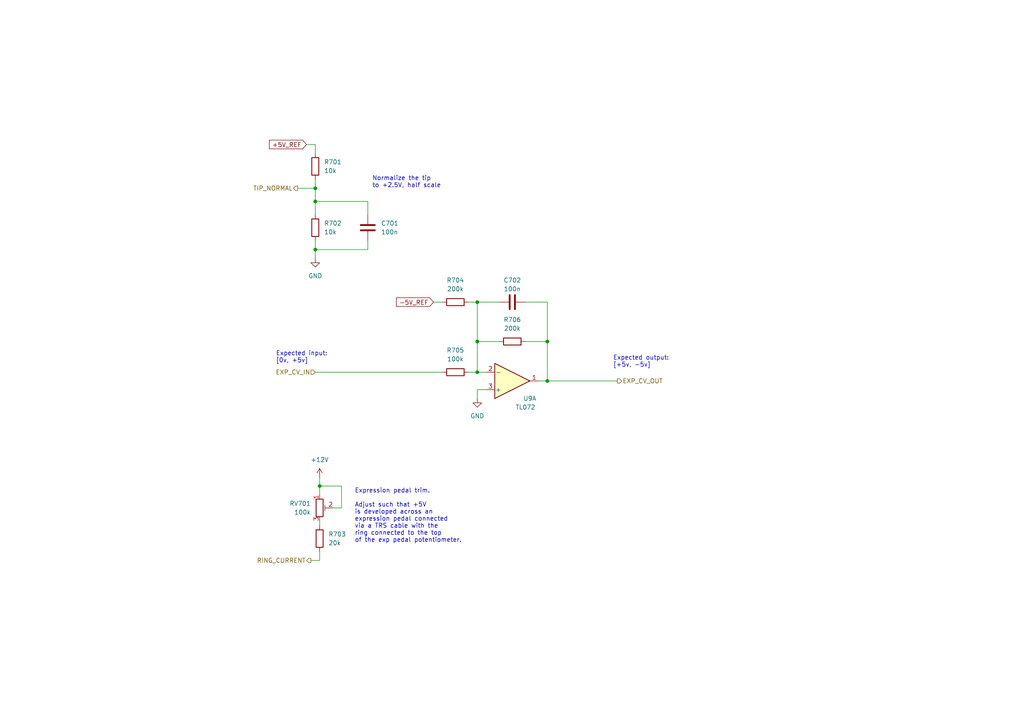
<source format=kicad_sch>
(kicad_sch (version 20211123) (generator eeschema)
  (paper "A4")
  (title_block (title "Phasor II Clone") (date "2022-10-15") (rev "0") (comment 2 "creativecommons.org/licenses/by/4.0/") (comment 3 "License: CC by 4.0: ") (comment 4 "Author: Jordan Aceto"))
  (lib_symbols
    (symbol "Amplifier_Operational:TL072" (pin_names (offset 0.127))
      (property "Reference" "U" (at 0 5.08 0))
      (property "Value" "TL072" (at 0 -5.08 0))
      (symbol "TL072_1_1"
        (polyline (pts (xy -5.08 5.08) (xy 5.08 0) (xy -5.08 -5.08) (xy -5.08 5.08)) (stroke (width 0.254)) (fill (type background)))
        (pin output line (at 7.62 0 180) (length 2.54) (name "~") (number "1"))
        (pin input line (at -7.62 -2.54 0) (length 2.54) (name "-") (number "2"))
        (pin input line (at -7.62 2.54 0) (length 2.54) (name "+") (number "3"))
      )
      (symbol "TL072_2_1"
        (polyline (pts (xy -5.08 5.08) (xy 5.08 0) (xy -5.08 -5.08) (xy -5.08 5.08)) (stroke (width 0.254)) (fill (type background)))
        (pin input line (at -7.62 2.54 0) (length 2.54) (name "+") (number "5"))
        (pin input line (at -7.62 -2.54 0) (length 2.54) (name "-") (number "6"))
        (pin output line (at 7.62 0 180) (length 2.54) (name "~") (number "7"))
      )
      (symbol "TL072_3_1"
        (pin power_in line (at -2.54 -7.62 90) (length 3.81) (name "V-") (number "4"))
        (pin power_in line (at -2.54 7.62 270) (length 3.81) (name "V+") (number "8"))
      )
    )
    (symbol "Device:C" (pin_numbers hide) (pin_names (offset 0.254))
      (property "Reference" "C" (at 0.635 2.54 0))
      (property "Value" "C" (at 0.635 -2.54 0))
      (symbol "C_0_1"
        (polyline (pts (xy -2.032 -0.762) (xy 2.032 -0.762)) (stroke (width 0.508)))
        (polyline (pts (xy -2.032 0.762) (xy 2.032 0.762)) (stroke (width 0.508)))
      )
      (symbol "C_1_1"
        (pin passive line (at 0 3.81 270) (length 2.794) (name "~") (number "1"))
        (pin passive line (at 0 -3.81 90) (length 2.794) (name "~") (number "2"))
      )
    )
    (symbol "Device:R" (pin_numbers hide) (pin_names (offset 0))
      (property "Reference" "R" (at 2.032 0 90))
      (property "Value" "R" (at 0 0 90))
      (symbol "R_0_1"
        (rectangle (start -1.016 -2.54) (end 1.016 2.54) (stroke (width 0.254)))
      )
      (symbol "R_1_1"
        (pin passive line (at 0 3.81 270) (length 1.27) (name "~") (number "1"))
        (pin passive line (at 0 -3.81 90) (length 1.27) (name "~") (number "2"))
      )
    )
    (symbol "Device:R_Potentiometer_Trim" (pin_names (offset 1.016) hide)
      (property "Reference" "RV" (at -4.445 0 90))
      (property "Value" "R_Potentiometer_Trim" (at -2.54 0 90))
      (symbol "R_Potentiometer_Trim_0_1"
        (polyline (pts (xy 1.524 0.762) (xy 1.524 -0.762)))
        (polyline (pts (xy 2.54 0) (xy 1.524 0)))
        (rectangle (start 1.016 2.54) (end -1.016 -2.54) (stroke (width 0.254)))
      )
      (symbol "R_Potentiometer_Trim_1_1"
        (pin passive line (at 0 3.81 270) (length 1.27) (name "1") (number "1"))
        (pin passive line (at 3.81 0 180) (length 1.27) (name "2") (number "2"))
        (pin passive line (at 0 -3.81 90) (length 1.27) (name "3") (number "3"))
      )
    )
    (symbol "power:+12V" (power) (pin_names (offset 0))
      (property "Value" "+12V" (at 0 3.556 0))
      (symbol "+12V_0_1"
        (polyline (pts (xy -0.762 1.27) (xy 0 2.54)))
        (polyline (pts (xy 0 0) (xy 0 2.54)))
        (polyline (pts (xy 0 2.54) (xy 0.762 1.27)))
      )
      (symbol "+12V_1_1"
        (pin power_in line (at 0 0 90) (length 0) hide (name "+12V") (number "1"))
      )
    )
    (symbol "power:GND" (power) (pin_names (offset 0))
      (property "Value" "GND" (at 0 -3.81 0))
      (symbol "GND_0_1"
        (polyline (pts (xy 0 0) (xy 0 -1.27) (xy 1.27 -1.27) (xy 0 -2.54) (xy -1.27 -1.27) (xy 0 -1.27)))
      )
      (symbol "GND_1_1"
        (pin power_in line (at 0 0 270) (length 0) hide (name "GND") (number "1"))
      )
    )
  )
  (junction (at 138.43 99.06))
  (junction (at 158.75 110.49))
  (junction (at 158.75 99.06))
  (junction (at 138.43 87.63))
  (junction (at 91.44 58.42))
  (junction (at 91.44 54.61))
  (junction (at 91.44 72.39))
  (junction (at 92.71 140.97))
  (junction (at 138.43 107.95))
  (wire (pts (xy 99.06 147.32) (xy 99.06 140.97)))
  (wire (pts (xy 106.68 62.23) (xy 106.68 58.42)))
  (wire (pts (xy 158.75 110.49) (xy 158.75 99.06)))
  (wire (pts (xy 90.17 162.56) (xy 92.71 162.56)))
  (wire (pts (xy 88.9 41.91) (xy 91.44 41.91)))
  (wire (pts (xy 91.44 107.95) (xy 128.27 107.95)))
  (wire (pts (xy 99.06 140.97) (xy 92.71 140.97)))
  (wire (pts (xy 135.89 87.63) (xy 138.43 87.63)))
  (wire (pts (xy 152.4 99.06) (xy 158.75 99.06)))
  (wire (pts (xy 91.44 58.42) (xy 91.44 62.23)))
  (wire (pts (xy 125.73 87.63) (xy 128.27 87.63)))
  (wire (pts (xy 86.36 54.61) (xy 91.44 54.61)))
  (wire (pts (xy 138.43 113.03) (xy 140.97 113.03)))
  (wire (pts (xy 138.43 113.03) (xy 138.43 115.57)))
  (wire (pts (xy 138.43 99.06) (xy 144.78 99.06)))
  (wire (pts (xy 92.71 138.43) (xy 92.71 140.97)))
  (wire (pts (xy 92.71 162.56) (xy 92.71 160.02)))
  (wire (pts (xy 92.71 151.13) (xy 92.71 152.4)))
  (wire (pts (xy 158.75 87.63) (xy 152.4 87.63)))
  (wire (pts (xy 96.52 147.32) (xy 99.06 147.32)))
  (wire (pts (xy 158.75 110.49) (xy 179.07 110.49)))
  (wire (pts (xy 138.43 107.95) (xy 138.43 99.06)))
  (wire (pts (xy 92.71 140.97) (xy 92.71 143.51)))
  (wire (pts (xy 140.97 107.95) (xy 138.43 107.95)))
  (wire (pts (xy 91.44 52.07) (xy 91.44 54.61)))
  (wire (pts (xy 138.43 99.06) (xy 138.43 87.63)))
  (wire (pts (xy 106.68 69.85) (xy 106.68 72.39)))
  (wire (pts (xy 138.43 87.63) (xy 144.78 87.63)))
  (wire (pts (xy 91.44 41.91) (xy 91.44 44.45)))
  (wire (pts (xy 91.44 54.61) (xy 91.44 58.42)))
  (wire (pts (xy 91.44 69.85) (xy 91.44 72.39)))
  (wire (pts (xy 135.89 107.95) (xy 138.43 107.95)))
  (wire (pts (xy 106.68 58.42) (xy 91.44 58.42)))
  (wire (pts (xy 156.21 110.49) (xy 158.75 110.49)))
  (wire (pts (xy 158.75 99.06) (xy 158.75 87.63)))
  (wire (pts (xy 91.44 72.39) (xy 91.44 74.93)))
  (wire (pts (xy 106.68 72.39) (xy 91.44 72.39)))
  (text "Expected input:\n[0v, +5v]" (at 80.01 105.41 0) (effects (font (size 1.27 1.27)) (justify left bottom)))
  (text "Normalize the tip\nto +2.5V, half scale" (at 107.95 54.61 0) (effects (font (size 1.27 1.27)) (justify left bottom)))
  (text "Expected output:\n[+5v, -5v]" (at 177.8 106.68 0) (effects (font (size 1.27 1.27)) (justify left bottom)))
  (text "Expression pedal trim.\n\nAdjust such that +5V \nis developed across an \nexpression pedal connected \nvia a TRS cable with the\nring connected to the top\nof the exp pedal potentiometer." (at 102.87 157.48 0) (effects (font (size 1.27 1.27)) (justify left bottom)))
  (global_label "+5V_REF" (shape input) (at 88.9 41.91 180) (property "Intersheet References" "${INTERSHEET_REFS}" (effects hide)))
  (global_label "-5V_REF" (shape input) (at 125.73 87.63 180) (property "Intersheet References" "${INTERSHEET_REFS}" (effects hide)))
  (hierarchical_label "EXP_CV_IN" (shape input) (at 91.44 107.95 180))
  (hierarchical_label "TIP_NORMAL" (shape output) (at 86.36 54.61 180))
  (hierarchical_label "EXP_CV_OUT" (shape output) (at 179.07 110.49 0))
  (hierarchical_label "RING_CURRENT" (shape output) (at 90.17 162.56 180))
  (symbol (lib_id "Amplifier_Operational:TL072") (at 148.59 110.49 0) (mirror x) (unit 1)
    (property "Reference" "U9" (at 153.67 115.57 0))
    (property "Value" "TL072" (at 152.4 118.11 0))
    (property "Footprint" "Package_SO:SOIC-8_3.9x4.9mm_P1.27mm" (effects hide))
    (property "Datasheet" "http://www.ti.com/lit/ds/symlink/tl071.pdf" (effects hide))
  )
  (symbol (lib_id "Device:R") (at 91.44 48.26 0) (unit 1)
    (property "Reference" "R701" (at 93.98 46.9899 0) (effects (justify left)))
    (property "Value" "10k" (at 93.98 49.5299 0) (effects (justify left)))
    (property "Footprint" "Resistor_SMD:R_0603_1608Metric" (effects hide))
  )
  (symbol (lib_id "power:+12V") (at 92.71 138.43 0) (unit 1)
    (property "Reference" "#PWR0110" (effects hide))
    (property "Value" "+12V" (at 92.71 133.35 0))
  )
  (symbol (lib_id "Device:R") (at 148.59 99.06 90) (unit 1)
    (property "Reference" "R706" (at 148.59 92.71 90))
    (property "Value" "200k" (at 148.59 95.25 90))
    (property "Footprint" "Resistor_SMD:R_0603_1608Metric" (effects hide))
  )
  (symbol (lib_id "Device:R_Potentiometer_Trim") (at 92.71 147.32 0) (unit 1)
    (property "Reference" "RV701" (at 90.17 146.0499 0) (effects (justify right)))
    (property "Value" "100k" (at 90.17 148.5899 0) (effects (justify right)))
    (property "Footprint" "Potentiometer_THT:Potentiometer_Bourns_3296W_Vertical" (effects hide))
  )
  (symbol (lib_id "Device:C") (at 106.68 66.04 0) (mirror y) (unit 1)
    (property "Reference" "C701" (at 110.49 64.7699 0) (effects (justify right)))
    (property "Value" "100n" (at 110.49 67.3099 0) (effects (justify right)))
    (property "Footprint" "Capacitor_SMD:C_0603_1608Metric" (effects hide))
  )
  (symbol (lib_id "power:GND") (at 91.44 74.93 0) (unit 1)
    (property "Reference" "#PWR0701" (effects hide))
    (property "Value" "GND" (at 91.44 80.01 0))
  )
  (symbol (lib_id "Device:C") (at 148.59 87.63 270) (mirror x) (unit 1)
    (property "Reference" "C702" (at 148.59 81.28 90))
    (property "Value" "100n" (at 148.59 83.82 90))
    (property "Footprint" "Capacitor_SMD:C_0603_1608Metric" (effects hide))
  )
  (symbol (lib_id "Device:R") (at 132.08 107.95 90) (unit 1)
    (property "Reference" "R705" (at 132.08 101.6 90))
    (property "Value" "100k" (at 132.08 104.14 90))
    (property "Footprint" "Resistor_SMD:R_0603_1608Metric" (effects hide))
  )
  (symbol (lib_id "power:GND") (at 138.43 115.57 0) (unit 1)
    (property "Reference" "#PWR0702" (effects hide))
    (property "Value" "GND" (at 138.43 120.65 0))
  )
  (symbol (lib_id "Device:R") (at 92.71 156.21 0) (unit 1)
    (property "Reference" "R703" (at 95.25 154.9399 0) (effects (justify left)))
    (property "Value" "20k" (at 95.25 157.4799 0) (effects (justify left)))
    (property "Footprint" "Resistor_SMD:R_0603_1608Metric" (effects hide))
  )
  (symbol (lib_id "Device:R") (at 132.08 87.63 90) (unit 1)
    (property "Reference" "R704" (at 132.08 81.28 90))
    (property "Value" "200k" (at 132.08 83.82 90))
    (property "Footprint" "Resistor_SMD:R_0603_1608Metric" (effects hide))
  )
  (symbol (lib_id "Device:R") (at 91.44 66.04 0) (unit 1)
    (property "Reference" "R702" (at 93.98 64.7699 0) (effects (justify left)))
    (property "Value" "10k" (at 93.98 67.3099 0) (effects (justify left)))
    (property "Footprint" "Resistor_SMD:R_0603_1608Metric" (effects hide))
  )
)
</source>
